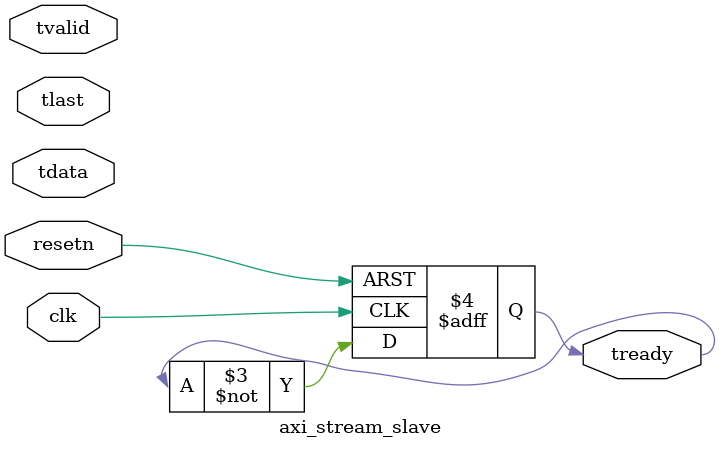
<source format=v>
module axi_stream_master(
  input wire clk,
  input wire resetn,
  output reg tvalid,
  output reg [15:0] tdata,
  output reg tlast,
  input wire tready);
  reg [15:0] count;
  parameter start_count=16'd800;
  parameter end_count=16'd808;
  
  always@(posedge clk or negedge resetn) begin
    if(!resetn) begin
      tvalid<=0;
      tdata<=0;
      tlast<=0;
      count<=start_count;
    end
    else begin
      tvalid<=1;
      
      if(tready==1) begin
        tdata<=count;
        tlast<=(count==end_count);
        if(count == end_count)
          count<=start_count;
        
        else  
        
          count<=count+1;
      end
    end
  end
endmodule

module axi_stream_slave(
  input wire clk,
  input wire resetn,
  input wire tvalid,
  input wire [16:0]tdata,
  input wire tlast,
  output reg tready);
  
  always@(posedge clk or negedge resetn) begin
    if(!resetn)
      tready<=1;
  else
    tready=~tready;
  end
endmodule

</source>
